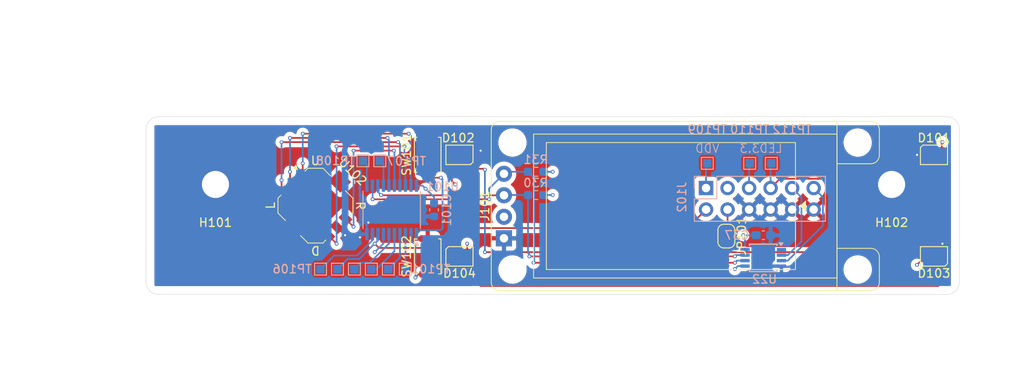
<source format=kicad_pcb>
(kicad_pcb (version 20241229) (generator "pcbnew") (generator_version "9.0")
  (layers (0 "F.Cu" signal) (4 "In1.Cu" signal) (6 "In2.Cu" signal) (2 "B.Cu" signal) (13 "F.Paste" user) (15 "B.Paste" user) (5 "F.SilkS" user "F.Silkscreen") (7 "B.SilkS" user "B.Silkscreen") (1 "F.Mask" user) (3 "B.Mask" user) (25 "Edge.Cuts" user))
  (net 0 "")
  (net 1 "GND")
  (net 2 "VDD_MCU")
  (net 3 "/I2C_SDA")
  (net 4 "/I2C_SCL")
  (net 5 "VDD_FDDIF")
  (net 6 "/LED_DATA")
  (net 7 "Net-(U101-IO5)")
  (net 8 "Net-(U101-IO6)")
  (net 9 "Net-(U101-IO12)")
  (net 10 "Net-(U101-IO11)")
  (net 11 "Net-(U101-IO10)")
  (net 12 "Net-(U101-IO9)")
  (net 14 "Net-(U101-IO7)")
  (net 15 "/UP")
  (net 16 "/EJECT_A")
  (net 17 "/EJECT_B")
  (net 18 "/RIGHT")
  (net 19 "/CENTER")
  (net 20 "/LEFT")
  (net 21 "/DOWN")
  (net 23 "+3.3V")
  (net 24 "/I2C_SCL_5V")
  (net 25 "/I2C_SDA_5V")
  (net 26 "/CONT_PUSH")
  (net 28 "Net-(D101-DOUT)")
  (net 29 "Net-(D102-DOUT)")
  (net 30 "Net-(D103-DOUT)")
  (net 32 "Net-(J102-Pin_4)")
  (footprint "Button_Switch_SMD:SW_Push_SPST_NO_Alps_SKRK" (layer "F.Cu") (at 135.25 93.5 90)
    (property "Reference" "SW102" (at 0 -2.5 90) (layer "F.SilkS"))
    (property "Value" "SW_Push")
    (fp_line (start 2.07 -1.57) (end 2.07 -1.27) (stroke (width 0.12)) (layer "F.SilkS"))
    (fp_line (start -2.07 -1.57) (end 2.07 -1.57) (stroke (width 0.12)) (layer "F.SilkS"))
    (fp_line (start -2.07 -1.27) (end -2.07 -1.57) (stroke (width 0.12)) (layer "F.SilkS"))
    (fp_line (start 2.07 1.27) (end 2.07 1.57) (stroke (width 0.12)) (layer "F.SilkS"))
    (fp_line (start 2.07 1.57) (end -2.07 1.57) (stroke (width 0.12)) (layer "F.SilkS"))
    (fp_line (start -2.07 1.57) (end -2.07 1.27) (stroke (width 0.12)) (layer "F.SilkS"))
    (pad "1" smd roundrect (at -2.1 0 90) (size 0.8 2) (layers "F.Cu" "F.Mask" "F.Paste") (net 17 "/EJECT_B"))
    (pad "2" smd roundrect (at 2.1 0 90) (size 0.8 2) (layers "F.Cu" "F.Mask" "F.Paste") (net 1 "GND"))
  )
  (footprint "x68k-lib:SKRHAAE010" (layer "F.Cu") (at 122 87.5 -45)
    (property "Reference" "U102" (at 0.282843 -5.959188 315) (layer "F.SilkS"))
    (property "Value" "JOYSTICK")
    (fp_line (start -3.749999 2.5) (end -2.5 3.749999) (stroke (width 0.1)) (layer "F.SilkS"))
    (fp_line (start -2.5 3.749999) (end -1.25 3.75) (stroke (width 0.1)) (layer "F.SilkS"))
    (fp_line (start -3.75 2) (end -3.749999 2.5) (stroke (width 0.1)) (layer "F.SilkS"))
    (fp_line (start 1.25 3.75) (end 2.5 3.749999) (stroke (width 0.1)) (layer "F.SilkS"))
    (fp_line (start -3.75 -2) (end -3.749999 -2.5) (stroke (width 0.1)) (layer "F.SilkS"))
    (fp_line (start -3.749999 -2.5) (end -2.5 -3.749999) (stroke (width 0.1)) (layer "F.SilkS"))
    (fp_line (start 2.5 3.749999) (end 3.749999 2.5) (stroke (width 0.1)) (layer "F.SilkS"))
    (fp_line (start -2.5 -3.749999) (end -1.25 -3.75) (stroke (width 0.1)) (layer "F.SilkS"))
    (fp_line (start 3.749999 2.5) (end 3.75 2) (stroke (width 0.1)) (layer "F.SilkS"))
    (fp_line (start 3.75 -2) (end 3.749999 -2.5) (stroke (width 0.1)) (layer "F.SilkS"))
    (fp_line (start 2.5 -3.749999) (end 1.25 -3.75) (stroke (width 0.1)) (layer "F.SilkS"))
    (fp_line (start 3.749999 -2.5) (end 2.5 -3.749999) (stroke (width 0.1)) (layer "F.SilkS"))
    (fp_poly (pts (xy -5 -1.75) (xy -4.5 -1.5) (xy -4.999999 -1.25)) (stroke (width 0.1)) (fill yes) (layer "F.SilkS"))
    (fp_text user "R" (at 3.75 -3.75 270) (layer "F.SilkS") (effects (font (thickness 0.15) (bold yes))))
    (fp_text user "L" (at -3.75 3.75 90) (layer "F.SilkS") (effects (font (thickness 0.15) (bold yes))))
    (fp_text user "D" (at 3.75 3.75 180) (layer "F.SilkS") (effects (font (thickness 0.15) (bold yes))))
    (fp_text user "U" (at -3.75 -3.75 0) (layer "F.SilkS") (effects (font (thickness 0.15) (bold yes))))
    (pad "0" smd rect (at 0 -4.049999 315) (size 2 1.8) (layers "F.Cu" "F.Mask" "F.Paste"))
    (pad "0" smd rect (at 0 4.049999 315) (size 2 1.8) (layers "F.Cu" "F.Mask" "F.Paste"))
    (pad "1" smd rect (at -3.575 -1.425 315) (size 1.35 1) (layers "F.Cu" "F.Mask" "F.Paste") (net 15 "/UP"))
    (pad "2" smd rect (at -3.575 0 315) (size 1.35 1) (layers "F.Cu" "F.Mask" "F.Paste") (net 19 "/CENTER"))
    (pad "3" smd rect (at -3.575 1.425 315) (size 1.35 1) (layers "F.Cu" "F.Mask" "F.Paste") (net 20 "/LEFT"))
    (pad "4" smd rect (at 3.575 -1.425 315) (size 1.35 1) (layers "F.Cu" "F.Mask" "F.Paste") (net 18 "/RIGHT"))
    (pad "5" smd rect (at 3.575 0 315) (size 1.35 1) (layers "F.Cu" "F.Mask" "F.Paste") (net 1 "GND"))
    (pad "6" smd rect (at 3.575 1.425 315) (size 1.35 1) (layers "F.Cu" "F.Mask" "F.Paste") (net 21 "/DOWN"))
  )
  (footprint "Jumper:SolderJumper-2_P1.3mm_Bridged_RoundedPad1.0x1.5mm" (layer "F.Cu") (at 170.5 91.1 -90)
    (property "Reference" "JP101" (at 0 -1.8 90) (layer "F.SilkS"))
    (property "Value" "Jumper_2_Bridged")
    (fp_poly (pts (xy 0.25 -0.3) (xy -0.25 -0.3) (xy -0.25 0.3) (xy 0.25 0.3)) (fill yes) (layer "F.Cu"))
    (fp_line (start 0.7 1) (end -0.7 1) (stroke (width 0.12)) (layer "F.SilkS"))
    (fp_line (start -1.4 0.3) (end -1.4 -0.3) (stroke (width 0.12)) (layer "F.SilkS"))
    (fp_line (start 1.4 -0.3) (end 1.4 0.3) (stroke (width 0.12)) (layer "F.SilkS"))
    (fp_line (start -0.7 -1) (end 0.7 -1) (stroke (width 0.12)) (layer "F.SilkS"))
    (fp_arc (start -0.7 1) (mid -1.194975 0.794975) (end -1.4 0.3) (stroke (width 0.12)) (layer "F.SilkS"))
    (fp_arc (start 1.4 0.3) (mid 1.194975 0.794975) (end 0.7 1) (stroke (width 0.12)) (layer "F.SilkS"))
    (fp_arc (start -1.4 -0.3) (mid -1.194975 -0.794975) (end -0.7 -1) (stroke (width 0.12)) (layer "F.SilkS"))
    (fp_arc (start 0.7 -1) (mid 1.194975 -0.794975) (end 1.4 -0.3) (stroke (width 0.12)) (layer "F.SilkS"))
    (pad "1" smd custom (at -0.65 0 270) (size 1 0.5) (layers "F.Cu" "F.Mask") (net 32 "Net-(J102-Pin_4)") (options (clearance outline) (anchor rect)) (primitives (gr_circle (center 0 0.25) (end 0.5 0.25) (width 0) (fill yes)) (gr_circle (center 0 -0.25) (end 0.5 -0.25) (width 0) (fill yes)) (gr_poly (pts (xy 0.5 0.75) (xy 0 0.75) (xy 0 -0.75) (xy 0.5 -0.75)) (width 0) (fill yes))))
    (pad "2" smd custom (at 0.65 0 270) (size 1 0.5) (layers "F.Cu" "F.Mask") (net 1 "GND") (options (clearance outline) (anchor rect)) (primitives (gr_circle (center 0 0.25) (end 0.5 0.25) (width 0) (fill yes)) (gr_circle (center 0 -0.25) (end 0.5 -0.25) (width 0) (fill yes)) (gr_poly (pts (xy 0 0.75) (xy -0.5 0.75) (xy -0.5 -0.75) (xy 0 -0.75)) (width 0) (fill yes))))
  )
  (footprint "MountingHole:MountingHole_3.2mm_M3_Pad" (layer "F.Cu") (at 190 85)
    (property "Reference" "H102" (at 0 4.5 0) (layer "F.SilkS"))
    (property "Value" "MountingHole_Pad")
    (pad "1" thru_hole circle (at 0 0) (size 6.4 6.4) (drill 3.2) (layers "*.Cu" "*.Mask") (net 1 "GND"))
  )
  (footprint "LED_SMD:LED_WS2812B-2020_PLCC4_2.0x2.0mm" (layer "F.Cu") (at 139 81.5 180)
    (property "Reference" "D102" (at 0.15 2 0) (layer "F.SilkS"))
    (property "Value" "WS2812B-2020")
    (fp_line (start 1.6 -1.15) (end 1.6 1.15) (stroke (width 0.12)) (layer "F.SilkS"))
    (fp_line (start -1.3 -1.15) (end 1.6 -1.15) (stroke (width 0.12)) (layer "F.SilkS"))
    (fp_line (start -1.3 -1.15) (end -1.6 -0.85) (stroke (width 0.12)) (layer "F.SilkS"))
    (fp_line (start -1.6 1.15) (end 1.6 1.15) (stroke (width 0.12)) (layer "F.SilkS"))
    (fp_line (start -1.6 1.15) (end -1.6 -0.85) (stroke (width 0.12)) (layer "F.SilkS"))
    (pad "1" smd rect (at -0.915 -0.55 180) (size 0.7 0.7) (layers "F.Cu" "F.Mask" "F.Paste") (net 29 "Net-(D102-DOUT)"))
    (pad "2" smd rect (at -0.915 0.55 180) (size 0.7 0.7) (layers "F.Cu" "F.Mask" "F.Paste") (net 1 "GND"))
    (pad "3" smd rect (at 0.915 0.55 180) (size 0.7 0.7) (layers "F.Cu" "F.Mask" "F.Paste") (net 28 "Net-(D101-DOUT)"))
    (pad "4" smd rect (at 0.915 -0.55 180) (size 0.7 0.7) (layers "F.Cu" "F.Mask" "F.Paste") (net 2 "VDD_MCU"))
  )
  (footprint "LED_SMD:LED_WS2812B-2020_PLCC4_2.0x2.0mm" (layer "F.Cu") (at 195 81.5)
    (property "Reference" "D101" (at 0 -2 0) (layer "F.SilkS"))
    (property "Value" "WS2812B-2020")
    (fp_line (start -1.6 1.15) (end -1.6 -0.85) (stroke (width 0.12)) (layer "F.SilkS"))
    (fp_line (start -1.6 1.15) (end 1.6 1.15) (stroke (width 0.12)) (layer "F.SilkS"))
    (fp_line (start -1.3 -1.15) (end -1.6 -0.85) (stroke (width 0.12)) (layer "F.SilkS"))
    (fp_line (start -1.3 -1.15) (end 1.6 -1.15) (stroke (width 0.12)) (layer "F.SilkS"))
    (fp_line (start 1.6 -1.15) (end 1.6 1.15) (stroke (width 0.12)) (layer "F.SilkS"))
    (pad "1" smd rect (at -0.915 -0.55) (size 0.7 0.7) (layers "F.Cu" "F.Mask" "F.Paste") (net 28 "Net-(D101-DOUT)"))
    (pad "2" smd rect (at -0.915 0.55) (size 0.7 0.7) (layers "F.Cu" "F.Mask" "F.Paste") (net 1 "GND"))
    (pad "3" smd rect (at 0.915 0.55) (size 0.7 0.7) (layers "F.Cu" "F.Mask" "F.Paste") (net 6 "/LED_DATA"))
    (pad "4" smd rect (at 0.915 -0.55) (size 0.7 0.7) (layers "F.Cu" "F.Mask" "F.Paste") (net 2 "VDD_MCU"))
  )
  (footprint "Button_Switch_SMD:SW_Push_SPST_NO_Alps_SKRK" (layer "F.Cu") (at 135.25 81.5 90)
    (property "Reference" "SW101" (at 0 -2.5 90) (layer "F.SilkS"))
    (property "Value" "SW_Push")
    (fp_line (start 2.07 -1.57) (end 2.07 -1.27) (stroke (width 0.12)) (layer "F.SilkS"))
    (fp_line (start -2.07 -1.57) (end 2.07 -1.57) (stroke (width 0.12)) (layer "F.SilkS"))
    (fp_line (start -2.07 -1.27) (end -2.07 -1.57) (stroke (width 0.12)) (layer "F.SilkS"))
    (fp_line (start 2.07 1.27) (end 2.07 1.57) (stroke (width 0.12)) (layer "F.SilkS"))
    (fp_line (start 2.07 1.57) (end -2.07 1.57) (stroke (width 0.12)) (layer "F.SilkS"))
    (fp_line (start -2.07 1.57) (end -2.07 1.27) (stroke (width 0.12)) (layer "F.SilkS"))
    (pad "1" smd roundrect (at -2.1 0 90) (size 0.8 2) (layers "F.Cu" "F.Mask" "F.Paste") (net 16 "/EJECT_A"))
    (pad "2" smd roundrect (at 2.1 0 90) (size 0.8 2) (layers "F.Cu" "F.Mask" "F.Paste") (net 1 "GND"))
  )
  (footprint "LED_SMD:LED_WS2812B-2020_PLCC4_2.0x2.0mm" (layer "F.Cu") (at 195 93.5 180)
    (property "Reference" "D103" (at 0 -2 0) (layer "F.SilkS"))
    (property "Value" "WS2812B-2020")
    (fp_line (start 1.6 -1.15) (end 1.6 1.15) (stroke (width 0.12)) (layer "F.SilkS"))
    (fp_line (start -1.3 -1.15) (end 1.6 -1.15) (stroke (width 0.12)) (layer "F.SilkS"))
    (fp_line (start -1.3 -1.15) (end -1.6 -0.85) (stroke (width 0.12)) (layer "F.SilkS"))
    (fp_line (start -1.6 1.15) (end 1.6 1.15) (stroke (width 0.12)) (layer "F.SilkS"))
    (fp_line (start -1.6 1.15) (end -1.6 -0.85) (stroke (width 0.12)) (layer "F.SilkS"))
    (pad "1" smd rect (at -0.915 -0.55 180) (size 0.7 0.7) (layers "F.Cu" "F.Mask" "F.Paste") (net 30 "Net-(D103-DOUT)"))
    (pad "2" smd rect (at -0.915 0.55 180) (size 0.7 0.7) (layers "F.Cu" "F.Mask" "F.Paste") (net 1 "GND"))
    (pad "3" smd rect (at 0.915 0.55 180) (size 0.7 0.7) (layers "F.Cu" "F.Mask" "F.Paste") (net 29 "Net-(D102-DOUT)"))
    (pad "4" smd rect (at 0.915 -0.55 180) (size 0.7 0.7) (layers "F.Cu" "F.Mask" "F.Paste") (net 2 "VDD_MCU"))
  )
  (footprint "x68k-lib:OLED_Dispaly_1.29inch_I2C_4pin" (layer "F.Cu") (at 145.25 87.5)
    (property "Reference" "J101" (at -3.25 0.05 90) (layer "F.SilkS"))
    (property "Value" "Conn_01x04")
    (fp_line (start -2.5 9.05) (end -2.5 -8.95) (stroke (width 0.1)) (layer "F.SilkS"))
    (fp_line (start -1.5 -9.95) (end 42.3 -9.95) (stroke (width 0.1)) (layer "F.SilkS"))
    (fp_line (start 38.3 -4.95) (end 42.3 -4.95) (stroke (width 0.1)) (layer "F.SilkS"))
    (fp_line (start 38.3 5.05) (end 42.3 5.05) (stroke (width 0.1)) (layer "F.SilkS"))
    (fp_line (start 38.3 10.05) (end 38.3 -9.95) (stroke (width 0.1)) (layer "F.SilkS"))
    (fp_line (start 42.3 10.05) (end -1.5 10.05) (stroke (width 0.1)) (layer "F.SilkS"))
    (fp_line (start 43.3 -8.95) (end 43.3 -5.95) (stroke (width 0.1)) (layer "F.SilkS"))
    (fp_line (start 43.3 6.05) (end 43.3 9.05) (stroke (width 0.1)) (layer "F.SilkS"))
    (fp_rect (start 2.5 -8.45) (end 38.3 8.55) (stroke (width 0.1)) (fill no) (layer "F.SilkS"))
    (fp_rect (start 4 -7.45) (end 33.4 7.55) (stroke (width 0.1)) (fill no) (layer "F.SilkS"))
    (fp_arc (start -2.5 -8.95) (mid -2.207107 -9.657107) (end -1.5 -9.95) (stroke (width 0.1)) (layer "F.SilkS"))
    (fp_arc (start -1.5 10.05) (mid -2.207107 9.757107) (end -2.5 9.05) (stroke (width 0.1)) (layer "F.SilkS"))
    (fp_arc (start 42.3 -9.95) (mid 43.007107 -9.657107) (end 43.3 -8.95) (stroke (width 0.1)) (layer "F.SilkS"))
    (fp_arc (start 42.3 5.05) (mid 43.007107 5.342893) (end 43.3 6.05) (stroke (width 0.1)) (layer "F.SilkS"))
    (fp_arc (start 43.3 -5.95) (mid 43.007107 -5.242893) (end 42.3 -4.95) (stroke (width 0.1)) (layer "F.SilkS"))
    (fp_arc (start 43.3 9.05) (mid 43.007107 9.757107) (end 42.3 10.05) (stroke (width 0.1)) (layer "F.SilkS"))
    (fp_poly (pts (xy 34 0.05) (xy 34.6 -0.55) (xy 34.6 0.65)) (stroke (width 0.1)) (fill yes) (layer "F.SilkS"))
    (pad "" np_thru_hole circle (at 0 -7.45) (size 3 3) (drill 3) (layers "F&B.Cu" "*.Mask"))
    (pad "" np_thru_hole circle (at 0 7.55) (size 3 3) (drill 3) (layers "F&B.Cu" "*.Mask"))
    (pad "" np_thru_hole circle (at 40.75 -7.45 180) (size 3 3) (drill 3) (layers "F&B.Cu" "*.Mask"))
    (pad "" np_thru_hole circle (at 40.75 7.55 180) (size 3 3) (drill 3) (layers "F&B.Cu" "*.Mask"))
    (pad "1" thru_hole rect (at -1 3.86) (size 1.905 1.905) (drill 1) (layers "*.Cu" "*.Mask") (net 1 "GND"))
    (pad "2" thru_hole circle (at -1 1.32) (size 1.905 1.905) (drill 1) (layers "*.Cu" "*.Mask") (net 23 "+3.3V"))
    (pad "3" thru_hole circle (at -1 -1.22) (size 1.905 1.905) (drill 1) (layers "*.Cu" "*.Mask") (net 4 "/I2C_SCL"))
    (pad "4" thru_hole circle (at -1 -3.76) (size 1.905 1.905) (drill 1) (layers "*.Cu" "*.Mask") (net 3 "/I2C_SDA"))
  )
  (footprint "MountingHole:MountingHole_3.2mm_M3_Pad" (layer "F.Cu") (at 110.2 85)
    (property "Reference" "H101" (at 0 4.5 0) (layer "F.SilkS"))
    (property "Value" "MountingHole_Pad")
    (pad "1" thru_hole circle (at 0 0) (size 6.4 6.4) (drill 3.2) (layers "*.Cu" "*.Mask") (net 1 "GND"))
  )
  (footprint "LED_SMD:LED_WS2812B-2020_PLCC4_2.0x2.0mm" (layer "F.Cu") (at 139 93.5)
    (property "Reference" "D104" (at 0 2 0) (layer "F.SilkS"))
    (property "Value" "WS2812B-2020")
    (fp_line (start -1.6 1.15) (end -1.6 -0.85) (stroke (width 0.12)) (layer "F.SilkS"))
    (fp_line (start -1.6 1.15) (end 1.6 1.15) (stroke (width 0.12)) (layer "F.SilkS"))
    (fp_line (start -1.3 -1.15) (end -1.6 -0.85) (stroke (width 0.12)) (layer "F.SilkS"))
    (fp_line (start -1.3 -1.15) (end 1.6 -1.15) (stroke (width 0.12)) (layer "F.SilkS"))
    (fp_line (start 1.6 -1.15) (end 1.6 1.15) (stroke (width 0.12)) (layer "F.SilkS"))
    (pad "1" smd rect (at -0.915 -0.55) (size 0.7 0.7) (layers "F.Cu" "F.Mask" "F.Paste"))
    (pad "2" smd rect (at -0.915 0.55) (size 0.7 0.7) (layers "F.Cu" "F.Mask" "F.Paste") (net 1 "GND"))
    (pad "3" smd rect (at 0.915 0.55) (size 0.7 0.7) (layers "F.Cu" "F.Mask" "F.Paste") (net 30 "Net-(D103-DOUT)"))
    (pad "4" smd rect (at 0.915 -0.55) (size 0.7 0.7) (layers "F.Cu" "F.Mask" "F.Paste") (net 2 "VDD_MCU"))
  )
  (footprint "Capacitor_SMD:C_0603_1608Metric_Pad1.08x0.95mm_HandSolder" (layer "B.Cu") (at 174.8625 91)
    (property "Reference" "C37" (at -3.1125 0 0) (layer "B.SilkS") (effects (justify mirror)))
    (property "Value" "0.1uF")
    (fp_line (start -0.146267 -0.51) (end 0.146267 -0.51) (stroke (width 0.12)) (layer "B.SilkS"))
    (fp_line (start -0.146267 0.51) (end 0.146267 0.51) (stroke (width 0.12)) (layer "B.SilkS"))
    (pad "1" smd roundrect (at -0.8625 0) (size 1.075 0.95) (layers "B.Cu" "B.Mask" "B.Paste") (net 23 "+3.3V"))
    (pad "2" smd roundrect (at 0.8625 0) (size 1.075 0.95) (layers "B.Cu" "B.Mask" "B.Paste") (net 1 "GND"))
  )
  (footprint "Package_SO:TSSOP-20_4.4x6.5mm_P0.65mm" (layer "B.Cu") (at 131 88 90)
    (property "Reference" "U101" (at 2.75 6 180) (layer "B.SilkS") (effects (justify mirror)))
    (property "Value" "SLG46826G(V2)")
    (fp_line (start 0 -3.385) (end 2.2 -3.385) (stroke (width 0.12)) (layer "B.SilkS"))
    (fp_line (start 0 -3.385) (end -2.2 -3.385) (stroke (width 0.12)) (layer "B.SilkS"))
    (fp_line (start 0 3.385) (end 2.2 3.385) (stroke (width 0.12)) (layer "B.SilkS"))
    (fp_line (start 0 3.385) (end -2.2 3.385) (stroke (width 0.12)) (layer "B.SilkS"))
    (fp_poly (pts (xy -3.86 2.925) (xy -4.19 2.685) (xy -4.19 3.165)) (stroke (width 0.12)) (fill yes) (layer "B.SilkS"))
    (pad "1" smd roundrect (at -2.8625 2.925 90) (size 1.475 0.4) (layers "B.Cu" "B.Mask" "B.Paste") (net 16 "/EJECT_A"))
    (pad "2" smd roundrect (at -2.8625 2.275 90) (size 1.475 0.4) (layers "B.Cu" "B.Mask" "B.Paste") (net 17 "/EJECT_B"))
    (pad "3" smd roundrect (at -2.8625 1.625 90) (size 1.475 0.4) (layers "B.Cu" "B.Mask" "B.Paste") (net 9 "Net-(U101-IO12)"))
    (pad "4" smd roundrect (at -2.8625 0.975 90) (size 1.475 0.4) (layers "B.Cu" "B.Mask" "B.Paste") (net 10 "Net-(U101-IO11)"))
    (pad "5" smd roundrect (at -2.8625 0.325 90) (size 1.475 0.4) (layers "B.Cu" "B.Mask" "B.Paste") (net 11 "Net-(U101-IO10)"))
    (pad "6" smd roundrect (at -2.8625 -0.325 90) (size 1.475 0.4) (layers "B.Cu" "B.Mask" "B.Paste") (net 12 "Net-(U101-IO9)"))
    (pad "7" smd roundrect (at -2.8625 -0.975 90) (size 1.475 0.4) (layers "B.Cu" "B.Mask" "B.Paste") (net 23 "+3.3V"))
    (pad "8" smd roundrect (at -2.8625 -1.625 90) (size 1.475 0.4) (layers "B.Cu" "B.Mask" "B.Paste") (net 26 "/CONT_PUSH"))
    (pad "9" smd roundrect (at -2.8625 -2.275 90) (size 1.475 0.4) (layers "B.Cu" "B.Mask" "B.Paste") (net 14 "Net-(U101-IO7)"))
    (pad "10" smd roundrect (at -2.8625 -2.925 90) (size 1.475 0.4) (layers "B.Cu" "B.Mask" "B.Paste") (net 1 "GND"))
    (pad "11" smd roundrect (at 2.8625 -2.925 90) (size 1.475 0.4) (layers "B.Cu" "B.Mask" "B.Paste") (net 8 "Net-(U101-IO6)"))
    (pad "12" smd roundrect (at 2.8625 -2.275 90) (size 1.475 0.4) (layers "B.Cu" "B.Mask" "B.Paste") (net 3 "/I2C_SDA"))
    (pad "13" smd roundrect (at 2.8625 -1.625 90) (size 1.475 0.4) (layers "B.Cu" "B.Mask" "B.Paste") (net 4 "/I2C_SCL"))
    (pad "14" smd roundrect (at 2.8625 -0.975 90) (size 1.475 0.4) (layers "B.Cu" "B.Mask" "B.Paste") (net 7 "Net-(U101-IO5)"))
    (pad "15" smd roundrect (at 2.8625 -0.325 90) (size 1.475 0.4) (layers "B.Cu" "B.Mask" "B.Paste") (net 19 "/CENTER"))
    (pad "16" smd roundrect (at 2.8625 0.325 90) (size 1.475 0.4) (layers "B.Cu" "B.Mask" "B.Paste") (net 18 "/RIGHT"))
    (pad "17" smd roundrect (at 2.8625 0.975 90) (size 1.475 0.4) (layers "B.Cu" "B.Mask" "B.Paste") (net 20 "/LEFT"))
    (pad "18" smd roundrect (at 2.8625 1.625 90) (size 1.475 0.4) (layers "B.Cu" "B.Mask" "B.Paste") (net 21 "/DOWN"))
    (pad "19" smd roundrect (at 2.8625 2.275 90) (size 1.475 0.4) (layers "B.Cu" "B.Mask" "B.Paste") (net 15 "/UP"))
    (pad "20" smd roundrect (at 2.8625 2.925 90) (size 1.475 0.4) (layers "B.Cu" "B.Mask" "B.Paste") (net 23 "+3.3V"))
  )
  (footprint "TestPoint:TestPoint_Pad_1.0x1.0mm" (layer "B.Cu") (at 126.6 95 180)
    (property "Reference" "TP104" (hide yes))
    (property "Value" "TestPoint")
    (fp_line (start 0.7 0.7) (end 0.7 -0.7) (stroke (width 0.12)) (layer "B.SilkS"))
    (fp_line (start 0.7 -0.7) (end -0.7 -0.7) (stroke (width 0.12)) (layer "B.SilkS"))
    (fp_line (start -0.7 0.7) (end 0.7 0.7) (stroke (width 0.12)) (layer "B.SilkS"))
    (fp_line (start -0.7 -0.7) (end -0.7 0.7) (stroke (width 0.12)) (layer "B.SilkS"))
    (pad "1" smd rect (at 0 0 180) (size 1 1) (layers "B.Cu" "B.Mask") (net 12 "Net-(U101-IO9)"))
  )
  (footprint "TestPoint:TestPoint_Pad_1.0x1.0mm" (layer "B.Cu") (at 175.8 82.5 180)
    (property "Reference" "TP112" (at -2.45 4 0) (layer "B.SilkS") (effects (justify mirror)))
    (property "Value" "TestPoint")
    (fp_line (start 0.7 0.7) (end 0.7 -0.7) (stroke (width 0.12)) (layer "B.SilkS"))
    (fp_line (start 0.7 -0.7) (end -0.7 -0.7) (stroke (width 0.12)) (layer "B.SilkS"))
    (fp_line (start -0.7 0.7) (end 0.7 0.7) (stroke (width 0.12)) (layer "B.SilkS"))
    (fp_line (start -0.7 -0.7) (end -0.7 0.7) (stroke (width 0.12)) (layer "B.SilkS"))
    (pad "1" smd rect (at 0 0 180) (size 1 1) (layers "B.Cu" "B.Mask") (net 6 "/LED_DATA"))
  )
  (footprint "Resistor_SMD:R_0603_1608Metric_Pad0.98x0.95mm_HandSolder" (layer "B.Cu") (at 148 83.5 180)
    (property "Reference" "R31" (at 0 1.43 0) (layer "B.SilkS") (effects (justify mirror)))
    (property "Value" "2.2k")
    (fp_line (start -0.254724 0.5225) (end 0.254724 0.5225) (stroke (width 0.12)) (layer "B.SilkS"))
    (fp_line (start -0.254724 -0.5225) (end 0.254724 -0.5225) (stroke (width 0.12)) (layer "B.SilkS"))
    (pad "1" smd roundrect (at -0.9125 0 180) (size 0.975 0.95) (layers "B.Cu" "B.Mask" "B.Paste") (net 23 "+3.3V"))
    (pad "2" smd roundrect (at 0.9125 0 180) (size 0.975 0.95) (layers "B.Cu" "B.Mask" "B.Paste") (net 3 "/I2C_SDA"))
  )
  (footprint "TestPoint:TestPoint_Pad_1.0x1.0mm" (layer "B.Cu") (at 122.6 95 180)
    (property "Reference" "TP106" (at 3.35 0 0) (layer "B.SilkS") (effects (justify mirror)))
    (property "Value" "TestPoint")
    (fp_line (start 0.7 0.7) (end 0.7 -0.7) (stroke (width 0.12)) (layer "B.SilkS"))
    (fp_line (start 0.7 -0.7) (end -0.7 -0.7) (stroke (width 0.12)) (layer "B.SilkS"))
    (fp_line (start -0.7 0.7) (end 0.7 0.7) (stroke (width 0.12)) (layer "B.SilkS"))
    (fp_line (start -0.7 -0.7) (end -0.7 0.7) (stroke (width 0.12)) (layer "B.SilkS"))
    (pad "1" smd rect (at 0 0 180) (size 1 1) (layers "B.Cu" "B.Mask") (net 14 "Net-(U101-IO7)"))
  )
  (footprint "Resistor_SMD:R_0603_1608Metric_Pad0.98x0.95mm_HandSolder" (layer "B.Cu") (at 148 86.25 180)
    (property "Reference" "R30" (at 0 1.43 0) (layer "B.SilkS") (effects (justify mirror)))
    (property "Value" "2.2k")
    (fp_line (start -0.254724 0.5225) (end 0.254724 0.5225) (stroke (width 0.12)) (layer "B.SilkS"))
    (fp_line (start -0.254724 -0.5225) (end 0.254724 -0.5225) (stroke (width 0.12)) (layer "B.SilkS"))
    (pad "1" smd roundrect (at -0.9125 0 180) (size 0.975 0.95) (layers "B.Cu" "B.Mask" "B.Paste") (net 23 "+3.3V"))
    (pad "2" smd roundrect (at 0.9125 0 180) (size 0.975 0.95) (layers "B.Cu" "B.Mask" "B.Paste") (net 4 "/I2C_SCL"))
  )
  (footprint "TestPoint:TestPoint_Pad_1.0x1.0mm" (layer "B.Cu") (at 173.25 82.5 180)
    (property "Reference" "TP110" (at 0 4 0) (layer "B.SilkS") (effects (justify mirror)))
    (property "Value" "TestPoint")
    (fp_line (start 0.7 0.7) (end 0.7 -0.7) (stroke (width 0.12)) (layer "B.SilkS"))
    (fp_line (start 0.7 -0.7) (end -0.7 -0.7) (stroke (width 0.12)) (layer "B.SilkS"))
    (fp_line (start -0.7 0.7) (end 0.7 0.7) (stroke (width 0.12)) (layer "B.SilkS"))
    (fp_line (start -0.7 -0.7) (end -0.7 0.7) (stroke (width 0.12)) (layer "B.SilkS"))
    (pad "1" smd rect (at 0 0 180) (size 1 1) (layers "B.Cu" "B.Mask") (net 23 "+3.3V"))
  )
  (footprint "TestPoint:TestPoint_Pad_1.0x1.0mm" (layer "B.Cu") (at 129.6 82.2 180)
    (property "Reference" "TP107" (at -3.15 -0.05 0) (layer "B.SilkS") (effects (justify mirror)))
    (property "Value" "TestPoint")
    (fp_line (start 0.7 0.7) (end 0.7 -0.7) (stroke (width 0.12)) (layer "B.SilkS"))
    (fp_line (start 0.7 -0.7) (end -0.7 -0.7) (stroke (width 0.12)) (layer "B.SilkS"))
    (fp_line (start -0.7 0.7) (end 0.7 0.7) (stroke (width 0.12)) (layer "B.SilkS"))
    (fp_line (start -0.7 -0.7) (end -0.7 0.7) (stroke (width 0.12)) (layer "B.SilkS"))
    (pad "1" smd rect (at 0 0 180) (size 1 1) (layers "B.Cu" "B.Mask") (net 7 "Net-(U101-IO5)"))
  )
  (footprint "TestPoint:TestPoint_Pad_1.0x1.0mm" (layer "B.Cu") (at 128.6 95 180)
    (property "Reference" "TP103" (hide yes))
    (property "Value" "TestPoint")
    (fp_line (start 0.7 0.7) (end 0.7 -0.7) (stroke (width 0.12)) (layer "B.SilkS"))
    (fp_line (start 0.7 -0.7) (end -0.7 -0.7) (stroke (width 0.12)) (layer "B.SilkS"))
    (fp_line (start -0.7 0.7) (end 0.7 0.7) (stroke (width 0.12)) (layer "B.SilkS"))
    (fp_line (start -0.7 -0.7) (end -0.7 0.7) (stroke (width 0.12)) (layer "B.SilkS"))
    (pad "1" smd rect (at 0 0 180) (size 1 1) (layers "B.Cu" "B.Mask") (net 11 "Net-(U101-IO10)"))
  )
  (footprint "TestPoint:TestPoint_Pad_1.0x1.0mm" (layer "B.Cu") (at 127.6 82.2 180)
    (property "Reference" "TP108" (at 3.25 0 0) (layer "B.SilkS") (effects (justify mirror)))
    (property "Value" "TestPoint")
    (fp_line (start 0.7 0.7) (end 0.7 -0.7) (stroke (width 0.12)) (layer "B.SilkS"))
    (fp_line (start 0.7 -0.7) (end -0.7 -0.7) (stroke (width 0.12)) (layer "B.SilkS"))
    (fp_line (start -0.7 0.7) (end 0.7 0.7) (stroke (width 0.12)) (layer "B.SilkS"))
    (fp_line (start -0.7 -0.7) (end -0.7 0.7) (stroke (width 0.12)) (layer "B.SilkS"))
    (pad "1" smd rect (at 0 0 180) (size 1 1) (layers "B.Cu" "B.Mask") (net 8 "Net-(U101-IO6)"))
  )
  (footprint "Connector_PinHeader_2.54mm:PinHeader_2x06_P2.54mm_Vertical" (layer "B.Cu") (at 168.1 85.425 -90)
    (property "Reference" "J102" (at 1.075 2.85 90) (layer "B.SilkS") (effects (justify mirror)))
    (property "Value" "Conn_02x06_Odd_Even")
    (fp_line (start -1.38 1.38) (end 0 1.38) (stroke (width 0.12)) (layer "B.SilkS"))
    (fp_line (start 1.27 1.38) (end 3.92 1.38) (stroke (width 0.12)) (layer "B.SilkS"))
    (fp_line (start 3.92 1.38) (end 3.92 -14.08) (stroke (width 0.12)) (layer "B.SilkS"))
    (fp_line (start -1.38 0) (end -1.38 1.38) (stroke (width 0.12)) (layer "B.SilkS"))
    (fp_line (start -1.38 -1.27) (end 1.27 -1.27) (stroke (width 0.12)) (layer "B.SilkS"))
    (fp_line (start -1.38 -1.27) (end -1.38 -14.08) (stroke (width 0.12)) (layer "B.SilkS"))
    (fp_line (start 1.27 -1.27) (end 1.27 1.38) (stroke (width 0.12)) (layer "B.SilkS"))
    (fp_line (start -1.38 -14.08) (end 3.92 -14.08) (stroke (width 0.12)) (layer "B.SilkS"))
    (pad "1" thru_hole rect (at 0 0 270) (size 1.7 1.7) (drill 1) (layers "*.Cu" "*.Mask") (net 2 "VDD_MCU"))
    (pad "2" thru_hole circle (at 2.54 0 270) (size 1.7 1.7) (drill 1) (layers "*.Cu" "*.Mask") (net 26 "/CONT_PUSH"))
    (pad "3" thru_hole circle (at 0 -2.54 270) (size 1.7 1.7) (drill 1) (layers "*.Cu" "*.Mask") (net 5 "VDD_FDDIF"))
    (pad "4" thru_hole circle (at 2.54 -2.54 270) (size 1.7 1.7) (drill 1) (layers "*.Cu" "*.Mask") (net 32 "Net-(J102-Pin_4)"))
    (pad "5" thru_hole circle (at 0 -5.08 270) (size 1.7 1.7) (drill 1) (layers "*.Cu" "*.Mask") (net 23 "+3.3V"))
    (pad "6" thru_hole circle (at 2.54 -5.08 270) (size 1.7 1.7) (drill 1) (layers "*.Cu" "*.Mask") (net 1 "GND"))
    (pad "7" thru_hole circle (at 0 -7.62 270) (size 1.7 1.7) (drill 1) (layers "*.Cu" "*.Mask") (net 6 "/LED_DATA"))
    (pad "8" thru_hole circle (at 2.54 -7.62 270) (size 1.7 1.7) (drill 1) (layers "*.Cu" "*.Mask") (net 1 "GND"))
    (pad "9" thru_hole circle (at 0 -10.16 270) (size 1.7 1.7) (drill 1) (layers "*.Cu" "*.Mask") (net 24 "/I2C_SCL_5V"))
    (pad "10" thru_hole circle (at 2.54 -10.16 270) (size 1.7 1.7) (drill 1) (layers "*.Cu" "*.Mask") (net 1 "GND"))
    (pad "11" thru_hole circle (at 0 -12.7 270) (size 1.7 1.7) (drill 1) (layers "*.Cu" "*.Mask") (net 25 "/I2C_SDA_5V"))
    (pad "12" thru_hole circle (at 2.54 -12.7 270) (size 1.7 1.7) (drill 1) (layers "*.Cu" "*.Mask") (net 1 "GND"))
  )
  (footprint "TestPoint:TestPoint_Pad_1.0x1.0mm" (layer "B.Cu") (at 130.6 95 180)
    (property "Reference" "TP102" (hide yes))
    (property "Value" "TestPoint")
    (fp_line (start 0.7 0.7) (end 0.7 -0.7) (stroke (width 0.12)) (layer "B.SilkS"))
    (fp_line (start 0.7 -0.7) (end -0.7 -0.7) (stroke (width 0.12)) (layer "B.SilkS"))
    (fp_line (start -0.7 0.7) (end 0.7 0.7) (stroke (width 0.12)) (layer "B.SilkS"))
    (fp_line (start -0.7 -0.7) (end -0.7 0.7) (stroke (width 0.12)) (layer "B.SilkS"))
    (pad "1" smd rect (at 0 0 180) (size 1 1) (layers "B.Cu" "B.Mask") (net 10 "Net-(U101-IO11)"))
  )
  (footprint "TestPoint:TestPoint_Pad_1.0x1.0mm" (layer "B.Cu") (at 124.6 95 180)
    (property "Reference" "TP105" (hide yes))
    (property "Value" "TestPoint")
    (fp_line (start 0.7 0.7) (end 0.7 -0.7) (stroke (width 0.12)) (layer "B.SilkS"))
    (fp_line (start 0.7 -0.7) (end -0.7 -0.7) (stroke (width 0.12)) (layer "B.SilkS"))
    (fp_line (start -0.7 0.7) (end 0.7 0.7) (stroke (width 0.12)) (layer "B.SilkS"))
    (fp_line (start -0.7 -0.7) (end -0.7 0.7) (stroke (width 0.12)) (layer "B.SilkS"))
    (pad "1" smd rect (at 0 0 180) (size 1 1) (layers "B.Cu" "B.Mask") (net 26 "/CONT_PUSH"))
  )
  (footprint "Package_SO:TSSOP-8_3x3mm_P0.65mm" (layer "B.Cu") (at 174.85 93.675 180)
    (property "Reference" "U22" (at -0.15 -2.525 0) (layer "B.SilkS") (effects (justify mirror)))
    (property "Value" "PCA9515DP")
    (fp_line (start 1.625 1.625) (end 1.625 1.45) (stroke (width 0.15)) (layer "B.SilkS"))
    (fp_line (start 1.625 -1.45) (end 1.625 -1.625) (stroke (width 0.15)) (layer "B.SilkS"))
    (fp_line (start -1.625 1.625) (end 1.625 1.625) (stroke (width 0.15)) (layer "B.SilkS"))
    (fp_line (start -1.625 1.625) (end -1.625 1.45) (stroke (width 0.15)) (layer "B.SilkS"))
    (fp_line (start -1.625 -1.45) (end -1.625 -1.625) (stroke (width 0.15)) (layer "B.SilkS"))
    (fp_line (start -1.625 -1.625) (end 1.625 -1.625) (stroke (width 0.15)) (layer "B.SilkS"))
    (fp_poly (pts (xy -2.1 1.45) (xy -2.34 1.78) (xy -1.86 1.78) (xy -2.1 1.45)) (stroke (width 0.12)) (fill yes) (layer "B.SilkS"))
    (pad "1" smd rect (at -2.15 0.975 180) (size 1.1 0.4) (layers "B.Cu" "B.Mask" "B.Paste"))
    (pad "2" smd rect (at -2.15 0.325 180) (size 1.1 0.4) (layers "B.Cu" "B.Mask" "B.Paste") (net 24 "/I2C_SCL_5V"))
    (pad "3" smd rect (at -2.15 -0.325 180) (size 1.1 0.4) (layers "B.Cu" "B.Mask" "B.Paste") (net 25 "/I2C_SDA_5V"))
    (pad "4" smd rect (at -2.15 -0.975 180) (size 1.1 0.4) (layers "B.Cu" "B.Mask" "B.Paste") (net 1 "GND"))
    (pad "5" smd rect (at 2.15 -0.975 180) (size 1.1 0.4) (layers "B.Cu" "B.Mask" "B.Paste") (net 23 "+3.3V"))
    (pad "6" smd rect (at 2.15 -0.325 180) (size 1.1 0.4) (layers "B.Cu" "B.Mask" "B.Paste") (net 3 "/I2C_SDA"))
    (pad "7" smd rect (at 2.15 0.325 180) (size 1.1 0.4) (layers "B.Cu" "B.Mask" "B.Paste") (net 4 "/I2C_SCL"))
    (pad "8" smd rect (at 2.15 0.975 180) (size 1.1 0.4) (layers "B.Cu" "B.Mask" "B.Paste") (net 23 "+3.3V"))
  )
  (footprint "TestPoint:TestPoint_Pad_1.0x1.0mm" (layer "B.Cu") (at 132.6 95 180)
    (property "Reference" "TP101" (at -3 0 0) (layer "B.SilkS") (effects (justify mirror)))
    (property "Value" "TestPoint")
    (fp_line (start 0.7 0.7) (end 0.7 -0.7) (stroke (width 0.12)) (layer "B.SilkS"))
    (fp_line (start 0.7 -0.7) (end -0.7 -0.7) (stroke (width 0.12)) (layer "B.SilkS"))
    (fp_line (start -0.7 0.7) (end 0.7 0.7) (stroke (width 0.12)) (layer "B.SilkS"))
    (fp_line (start -0.7 -0.7) (end -0.7 0.7) (stroke (width 0.12)) (layer "B.SilkS"))
    (pad "1" smd rect (at 0 0 180) (size 1 1) (layers "B.Cu" "B.Mask") (net 9 "Net-(U101-IO12)"))
  )
  (footprint "TestPoint:TestPoint_Pad_1.0x1.0mm" (layer "B.Cu") (at 168.25 82.5 180)
    (property "Reference" "TP109" (at 0 4 0) (layer "B.SilkS") (effects (justify mirror)))
    (property "Value" "TestPoint")
    (fp_line (start 0.7 0.7) (end 0.7 -0.7) (stroke (width 0.12)) (layer "B.SilkS"))
    (fp_line (start 0.7 -0.7) (end -0.7 -0.7) (stroke (width 0.12)) (layer "B.SilkS"))
    (fp_line (start -0.7 0.7) (end 0.7 0.7) (stroke (width 0.12)) (layer "B.SilkS"))
    (fp_line (start -0.7 -0.7) (end -0.7 0.7) (stroke (width 0.12)) (layer "B.SilkS"))
    (pad "1" smd rect (at 0 0 180) (size 1 1) (layers "B.Cu" "B.Mask") (net 2 "VDD_MCU"))
  )
  (footprint "Capacitor_SMD:C_0603_1608Metric" (layer "B.Cu") (at 136 88 -90)
    (property "Reference" "C101" (at 0 -1.5 90) (layer "B.SilkS") (effects (justify mirror)))
    (property "Value" "0.1uF")
    (fp_line (start -0.14058 0.51) (end 0.14058 0.51) (stroke (width 0.12)) (layer "B.SilkS"))
    (fp_line (start -0.14058 -0.51) (end 0.14058 -0.51) (stroke (width 0.12)) (layer "B.SilkS"))
    (pad "1" smd roundrect (at -0.775 0 270) (size 0.9 0.95) (layers "B.Cu" "B.Mask" "B.Paste") (net 23 "+3.3V"))
    (pad "2" smd roundrect (at 0.775 0 270) (size 0.9 0.95) (layers "B.Cu" "B.Mask" "B.Paste") (net 1 "GND"))
  )
  (gr_line (start 102.001232 96.5) (end 102 78.5) (stroke (width 0.05)) (layer "Edge.Cuts"))
  (gr_arc (start 196.5 77) (mid 197.56066 77.43934) (end 198 78.5) (stroke (width 0.05)) (layer "Edge.Cuts"))
  (gr_arc (start 198 96.5) (mid 197.56066 97.56066) (end 196.5 98) (stroke (width 0.05)) (layer "Edge.Cuts"))
  (gr_line (start 196.5 98) (end 103.5 98) (stroke (width 0.05)) (layer "Edge.Cuts"))
  (gr_arc (start 103.5 98) (mid 102.43934 97.56066) (end 102 96.5) (stroke (width 0.05)) (layer "Edge.Cuts"))
  (gr_line (start 103.5 77) (end 196.5 77) (stroke (width 0.05)) (layer "Edge.Cuts"))
  (gr_line (start 198 78.5) (end 198 96.5) (stroke (width 0.05)) (layer "Edge.Cuts"))
  (gr_arc (start 102 78.5) (mid 102.43934 77.43934) (end 103.5 77) (stroke (width 0.05)) (layer "Edge.Cuts"))
  (gr_text "VDD" (at 168.25 80.75 0) (layer "B.SilkS") (effects (font (size 1 1) (thickness 0.1)) (justify mirror)))
  (gr_text "LED" (at 175.75 80.75 0) (layer "B.SilkS") (effects (font (size 1 1) (thickness 0.1)) (justify mirror)))
  (gr_text "3.3" (at 173.25 80.75 0) (layer "B.SilkS") (effects (font (size 1 1) (thickness 0.1)) (justify mirror)))
  (segment (start 139.915 80.95) (end 141.45 80.95) (width 0.2) (layer "F.Cu") (net 1))
  (segment (start 195.915 92.085) (end 196 92) (width 0.2) (layer "F.Cu") (net 1))
  (segment (start 124.527907 90.027907) (end 125.5 91) (width 0.2) (layer "F.Cu") (net 1))
  (segment (start 195.915 92.95) (end 195.915 92.085) (width 0.2) (layer "F.Cu") (net 1))
  (segment (start 141.45 80.95) (end 141.5 81) (width 0.2) (layer "F.Cu") (net 1))
  (segment (start 194.085 82.05) (end 193.55 82.05) (width 0.2) (layer "F.Cu") (net 1))
  (segment (start 193.55 82.05) (end 193 81.5) (width 0.2) (layer "F.Cu") (net 1))
  (via (at 193 81.5) (size 0.45) (drill 0.25) (layers "F.Cu" "B.Cu") (net 1))
  (via (at 125.5 91) (size 0.45) (drill 0.25) (layers "F.Cu" "B.Cu") (net 1))
  (via (at 128.25 89.5) (size 0.45) (drill 0.25) (layers "F.Cu" "B.Cu") (net 1))
  (via (at 127.25 91.25) (size 0.45) (drill 0.25) (layers "F.Cu" "B.Cu") (net 1))
  (via (at 141.5 81) (size 0.45) (drill 0.25) (layers "F.Cu" "B.Cu") (net 1))
  (via (at 196 92) (size 0.45) (drill 0.25) (layers "F.Cu" "B.Cu") (net 1))
  (segment (start 128.075 90.8625) (end 127.75 90.8625) (width 0.2) (layer "B.Cu") (net 1))
  (segment (start 128.075 89.675) (end 128.25 89.5) (width 0.2) (layer "B.Cu") (net 1))
  (segment (start 127.6375 90.8625) (end 127.25 91.25) (width 0.2) (layer "B.Cu") (net 1))
  (segment (start 128.075 90.8625) (end 128.075 89.675) (width 0.2) (layer "B.Cu") (net 1))
  (segment (start 127.75 90.8625) (end 127.6375 90.8625) (width 0.2) (layer "B.Cu") (net 1))
  (segment (start 139.915 92.005) (end 139.91 92) (width 0.2) (layer "F.Cu") (net 2))
  (segment (start 193.45 94.05) (end 193 94.5) (width 0.2) (layer "F.Cu") (net 2))
  (segment (start 139.915 92.95) (end 139.915 92.005) (width 0.2) (layer "F.Cu") (net 2))
  (segment (start 195.915 80.95) (end 195.915 80.085) (width 0.2) (layer "F.Cu") (net 2))
  (segment (start 138.1 83.15) (end 138.1 84.6) (width 0.2) (layer "F.Cu") (net 2))
  (segment (start 194.085 94.05) (end 193.45 94.05) (width 0.2) (layer "F.Cu") (net 2))
  (segment (start 138.085 83.135) (end 138.1 83.15) (width 0.2) (layer "F.Cu") (net 2))
  (segment (start 138.1 84.6) (end 138.5 85) (width 0.2) (layer "F.Cu") (net 2))
  (segment (start 138.085 82.05) (end 138.085 83.135) (width 0.2) (layer "F.Cu") (net 2))
  (segment (start 195.915 80.085) (end 196 80) (width 0.2) (layer "F.Cu") (net 2))
  (via (at 193 94.5) (size 0.45) (drill 0.25) (layers "F.Cu" "B.Cu") (net 2))
  (via (at 138.5 85) (size 0.45) (drill 0.25) (layers "F.Cu" "B.Cu") (net 2))
  (via (at 139.91 92) (size 0.45) (drill 0.25) (layers "F.Cu" "B.Cu") (net 2))
  (via (at 196 80) (size 0.45) (drill 0.25) (layers "F.Cu" "B.Cu") (net 2))
  (segment (start 168.1 85.425) (end 168.1 82.65) (width 0.2) (layer "B.Cu") (net 2))
  (segment (start 168.1 82.65) (end 168.25 82.5) (width 0.2) (layer "B.Cu") (net 2))
  (segment (start 142.5 86.755) (end 128.755 86.755) (width 0.2) (layer "F.Cu") (net 3))
  (segment (start 128.755 86.755) (end 128.75 86.75) (width 0.2) (layer "F.Cu") (net 3))
  (segment (start 171.5 94.25) (end 147.75 94.25) (width 0.2) (layer "F.Cu") (net 3))
  (via (at 142.5 86.755) (size 0.45) (drill 0.25) (layers "F.Cu" "B.Cu") (net 3))
  (via (at 147.75 94.25) (size 0.45) (drill 0.25) (layers "F.Cu" "B.Cu") (net 3))
  (via (at 128.75 86.75) (size 0.45) (drill 0.25) (layers "F.Cu" "B.Cu") (net 3))
  (via (at 171.5 94.25) (size 0.45) (drill 0.25) (layers "F.Cu" "B.Cu") (net 3))
  (segment (start 128.75 85.1625) (end 128.725 85.1375) (width 0.2) (layer "B.Cu") (net 3))
  (segment (start 128.75 86.75) (end 128.75 85.1625) (width 0.2) (layer "B.Cu") (net 3))
  (segment (start 147.826 84.2385) (end 147.0875 83.5) (width 0.2) (layer "B.Cu") (net 3))
  (segment (start 147.75 94.25) (end 147.826 94.174) (width 0.2) (layer "B.Cu") (net 3))
  (segment (start 172.7 94) (end 171.75 94) (width 0.2) (layer "B.Cu") (net 3))
  (segment (start 147.826 94.174) (end 147.826 84.2385) (width 0.2) (layer "B.Cu") (net 3))
  (segment (start 144.25 83.74) (end 142.5 85.49) (width 0.2) (layer "B.Cu") (net 3))
  (segment (start 144.49 83.5) (end 144.25 83.74) (width 0.2) (layer "B.Cu") (net 3))
  (segment (start 171.75 94) (end 171.5 94.25) (width 0.2) (layer "B.Cu") (net 3))
  (segment (start 142.5 85.49) (end 142.5 86.755) (width 0.2) (layer "B.Cu") (net 3))
  (segment (start 147.0875 83.5) (end 144.49 83.5) (width 0.2) (layer "B.Cu") (net 3))
  (segment (start 144.25 86.28) (end 129.78 86.28) (width 0.2) (layer "F.Cu") (net 4))
  (segment (start 129.78 86.28) (end 129.75 86.25) (width 0.2) (layer "F.Cu") (net 4))
  (segment (start 171.5 93.5) (end 147.25 93.5) (width 0.2) (layer "F.Cu") (net 4))
  (via (at 171.5 93.5) (size 0.45) (drill 0.25) (layers "F.Cu" "B.Cu") (net 4))
  (via (at 147.25 93.5) (size 0.45) (drill 0.25) (layers "F.Cu" "B.Cu") (net 4))
  (via (at 129.75 86.25) (size 0.45) (drill 0.25) (layers "F.Cu" "B.Cu") (net 4))
  (segment (start 147.25 93.25) (end 147.0875 93.0875) (width 0.2) (layer "B.Cu") (net 4))
  (segment (start 129.375 85.875) (end 129.375 85.1375) (width 0.2) (layer "B.Cu") (net 4))
  (segment (start 147.0875 93.0875) (end 147.0875 86.25) (width 0.2) (layer "B.Cu") (net 4))
  (segment (start 129.75 86.25) (end 129.375 85.875) (width 0.2) (layer "B.Cu") (net 4))
  (segment (start 171.65 93.35) (end 171.5 93.5) (width 0.2) (layer "B.Cu") (net 4))
  (segment (start 172.7 93.35) (end 171.65 93.35) (width 0.2) (layer "B.Cu") (net 4))
  (segment (start 144.28 86.25) (end 144.25 86.28) (width 0.2) (layer "B.Cu") (net 4))
  (segment (start 147.25 93.5) (end 147.25 93.25) (width 0.2) (layer "B.Cu") (net 4))
  (segment (start 147.0875 86.25) (end 144.28 86.25) (width 0.2) (layer "B.Cu") (net 4))
  (segment (start 194 83.5) (end 195.5 83.5) (width 0.2) (layer "F.Cu") (net 6))
  (segment (start 195.5 83.5) (end 195.915 83.085) (width 0.2) (layer "F.Cu") (net 6))
  (segment (start 184.237643 84.324) (end 187.012643 81.549) (width 0.2) (layer "F.Cu") (net 6))
  (segment (start 176.821 84.324) (end 184.237643 84.324) (width 0.2) (layer "F.Cu") (net 6))
  (segment (start 192.049 81.549) (end 194 83.5) (width 0.2) (layer "F.Cu") (net 6))
  (segment (start 175.72 85.425) (end 176.821 84.324) (width 0.2) (layer "F.Cu") (net 6))
  (segment (start 195.915 83.085) (end 195.915 82.05) (width 0.2) (layer "F.Cu") (net 6))
  (segment (start 187.012643 81.549) (end 192.049 81.549) (width 0.2) (layer "F.Cu") (net 6))
  (segment (start 175.72 85.425) (end 175.72 82.58) (width 0.2) (layer "B.Cu") (net 6))
  (segment (start 175.72 82.58) (end 175.8 82.5) (width 0.2) (layer "B.Cu") (net 6))
  (segment (start 129.6 82.2) (end 130.025 82.625) (width 0.2) (layer "B.Cu") (net 7))
  (segment (start 130.025 82.625) (end 130.025 85.1375) (width 0.2) (layer "B.Cu") (net 7))
  (segment (start 128.075 85.1375) (end 128.075 82.675) (width 0.2) (layer "B.Cu") (net 8))
  (segment (start 128.075 82.675) (end 127.6 82.2) (width 0.2) (layer "B.Cu") (net 8))
  (segment (start 132.625 90.8625) (end 132.625 94.975) (width 0.2) (layer "B.Cu") (net 9))
  (segment (start 132.6 95) (end 132.6 94.9375) (width 0.2) (layer "B.Cu") (net 9))
  (segment (start 132.625 94.975) (end 132.6 95) (width 0.2) (layer "B.Cu") (net 9))
  (segment (start 131.975 93.625) (end 130.6 95) (width 0.2) (layer "B.Cu") (net 10))
  (segment (start 131.975 90.8625) (end 131.975 93.625) (width 0.2) (layer "B.Cu") (net 10))
  (segment (start 131.325 90.8625) (end 131.325 92.875) (width 0.2) (layer "B.Cu") (net 11))
  (segment (start 131.325 92.875) (end 129.2 95) (width 0.2) (layer "B.Cu") (net 11))
  (segment (start 129.2 95) (end 128.6 95) (width 0.2) (layer "B.Cu") (net 11))
  (segment (start 130.675 90.8625) (end 130.675 91.998166) (width 0.2) (layer "B.Cu") (net 12))
  (segment (start 130.675 91.998166) (end 128.424166 94.249) (width 0.2) (layer "B.Cu") (net 12))
  (segment (start 128.424166 94.249) (end 127.351 94.249) (width 0.2) (layer "B.Cu") (net 12))
  (segment (start 127.351 94.249) (end 126.6 95) (width 0.2) (layer "B.Cu") (net 12))
  (segment (start 122.6 95) (end 124.2 93.4) (width 0.2) (layer "B.Cu") (net 14))
  (segment (start 124.2 93.4) (end 126.924999 93.4) (width 0.2) (layer "B.Cu") (net 14))
  (segment (start 128.725 91.599999) (end 128.725 90.8625) (width 0.2) (layer "B.Cu") (net 14))
  (segment (start 126.924999 93.4) (end 128.725 91.599999) (width 0.2) (layer "B.Cu") (net 14))
  (segment (start 120.5 83.944186) (end 120.47972 83.964466) (width 0.2) (layer "F.Cu") (net 15))
  (segment (start 133 79) (end 120.5 79) (width 0.2) (layer "F.Cu") (net 15))
  (segment (start 120.5 82.5) (end 120.5 83.944186) (width 0.2) (layer "F.Cu") (net 15))
  (via (at 133 79) (size 0.45) (drill 0.25) (layers "F.Cu" "B.Cu") (net 15))
  (via (at 120.5 82.5) (size 0.45) (drill 0.25) (layers "F.Cu" "B.Cu") (net 15))
  (via (at 120.5 79) (size 0.45) (drill 0.25) (layers "F.Cu" "B.Cu") (net 15))
  (segment (start 133.275 79.275) (end 133 79) (width 0.2) (layer "B.Cu") (net 15))
  (segment (start 133.275 85.1375) (end 133.275 79.275) (width 0.2) (layer "B.Cu") (net 15))
  (segment (start 120.5 79) (end 120.5 82.5) (width 0.2) (layer "B.Cu") (net 15))
  (segment (start 136.8 84.2) (end 135.85 84.2) (width 0.2) (layer "F.Cu") (net 16))
  (segment (start 135.85 84.2) (end 135.25 83.6) (width 0.2) (layer "F.Cu") (net 16))
  (via (at 136.8 84.2) (size 0.45) (drill 0.25) (layers "F.Cu" "B.Cu") (net 16))
  (segment (start 134.3875 90.4) (end 136.8 90.4) (width 0.2) (layer "B.Cu") (net 16))
  (segment (start 137 90.2) (end 137 84.4) (width 0.2) (layer "B.Cu") (net 16))
  (segment (start 133.925 90.8625) (end 134.3875 90.4) (width 0.2) (layer "B.Cu") (net 16))
  (segment (start 137 84.4) (end 136.8 84.2) (width 0.2) (layer "B.Cu") (net 16))
  (segment (start 136.8 90.4) (end 137 90.2) (width 0.2) (layer "B.Cu") (net 16))
  (segment (start 135.25 95.6) (end 134.2 95.6) (width 0.2) (layer "F.Cu") (net 17))
  (segment (start 134.2 95.6) (end 133.8 96) (width 0.2) (layer "F.Cu") (net 17))
  (via (at 133.8 96) (size 0.45) (drill 0.25) (layers "F.Cu" "B.Cu") (net 17))
  (segment (start 133.8 92.124999) (end 133.275 91.599999) (width 0.2) (layer "B.Cu") (net 17))
  (segment (start 133.8 96) (end 133.8 92.124999) (width 0.2) (layer "B.Cu") (net 17))
  (segment (start 133.275 91.599999) (end 133.275 90.8625) (width 0.2) (layer "B.Cu") (net 17))
  (segment (start 125.535534 89.035534) (end 126.5 90) (width 0.2) (layer "F.Cu") (net 18))
  (segment (start 125.535534 89.02028) (end 125.535534 89.035534) (width 0.2) (layer "F.Cu") (net 18))
  (segment (start 126.5 81) (end 131.25 81) (width 0.2) (layer "F.Cu") (net 18))
  (via (at 126.5 81) (size 0.45) (drill 0.25) (layers "F.Cu" "B.Cu") (net 18))
  (via (at 126.5 90) (size 0.45) (drill 0.25) (layers "F.Cu" "B.Cu") (net 18))
  (via (at 131.25 81) (size 0.45) (drill 0.25) (layers "F.Cu" "B.Cu") (net 18))
  (segment (start 131.25 81) (end 131.325 81.075) (width 0.2) (layer "B.Cu") (net 18))
  (segment (start 131.325 81.075) (end 131.325 85.1375) (width 0.2) (layer "B.Cu") (net 18))
  (segment (start 126.5 90) (end 126.5 81) (width 0.2) (layer "B.Cu") (net 18))
  (segment (start 119.472093 84.972093) (end 119 84.5) (width 0.2) (layer "F.Cu") (net 19))
  (segment (start 119 79.5) (end 119.1 79.6) (width 0.2) (layer "F.Cu") (net 19))
  (segment (start 119 84.5) (end 119 83.5) (width 0.2) (layer "F.Cu") (net 19))
  (segment (start 119 79.5) (end 130.5 79.5) (width 0.2) (layer "F.Cu") (net 19))
  (via (at 119 83.5) (size 0.45) (drill 0.25) (layers "F.Cu" "B.Cu") (net 19))
  (via (at 130.5 79.5) (size 0.45) (drill 0.25) (layers "F.Cu" "B.Cu") (net 19))
  (via (at 119 79.5) (size 0.45) (drill 0.25) (layers "F.Cu" "B.Cu") (net 19))
  (segment (start 130.5 79.5) (end 130.5 79.6) (width 0.2) (layer "B.Cu") (net 19))
  (segment (start 119 83.5) (end 119 79.5) (width 0.2) (layer "B.Cu") (net 19))
  (segment (start 130.675 79.775) (end 130.675 85.1375) (width 0.2) (layer "B.Cu") (net 19))
  (segment (start 130.5 79.6) (end 130.675 79.775) (width 0.2) (layer "B.Cu") (net 19))
  (segment (start 118.464466 85.97972) (end 118 85.515254) (width 0.2) (layer "F.Cu") (net 20))
  (segment (start 118 85.515254) (end 118 84.5) (width 0.2) (layer "F.Cu") (net 20))
  (segment (start 118 80) (end 131.75 80) (width 0.2) (layer "F.Cu") (net 20))
  (via (at 118 80) (size 0.45) (drill 0.25) (layers "F.Cu" "B.Cu") (net 20))
  (via (at 118 84.5) (size 0.45) (drill 0.25) (layers "F.Cu" "B.Cu") (net 20))
  (via (at 131.75 80) (size 0.45) (drill 0.25) (layers "F.Cu" "B.Cu") (net 20))
  (segment (start 131.75 80) (end 131.975 80.225) (width 0.2) (layer "B.Cu") (net 20))
  (segment (start 118 84.5) (end 118 80) (width 0.2) (layer "B.Cu") (net 20))
  (segment (start 131.975 80.225) (end 131.975 85.1375) (width 0.2) (layer "B.Cu") (net 20))
  (segment (start 124.5 80.5) (end 132.5 80.5) (width 0.2) (layer "F.Cu") (net 21))
  (segment (start 123.52028 91.035534) (end 123.535534 91.035534) (width 0.2) (layer "F.Cu") (net 21))
  (segment (start 123.535534 91.035534) (end 124.5 92) (width 0.2) (layer "F.Cu") (net 21))
  (via (at 132.5 80.5) (size 0.45) (drill 0.25) (layers "F.Cu" "B.Cu") (net 21))
  (via (at 124.5 80.5) (size 0.45) (drill 0.25) (layers "F.Cu" "B.Cu") (net 21))
  (via (at 124.5 92) (size 0.45) (drill 0.25) (layers "F.Cu" "B.Cu") (net 21))
  (segment (start 132.5 81.25) (end 132.625 81.375) (width 0.2) (layer "B.Cu") (net 21))
  (segment (start 132.625 81.375) (end 132.625 85.1375) (width 0.2) (layer "B.Cu") (net 21))
  (segment (start 124.5 92) (end 124.5 80.5) (width 0.2) (layer "B.Cu") (net 21))
  (segment (start 132.5 80.5) (end 132.5 81.25) (width 0.2) (layer "B.Cu") (net 21))
  (via (at 150 83.5) (size 0.45) (drill 0.25) (layers "F.Cu" "B.Cu") (net 23))
  (via (at 150 86.25) (size 0.45) (drill 0.25) (layers "F.Cu" "B.Cu") (net 23))
  (via (at 172.5 91) (size 0.45) (drill 0.25) (layers "F.Cu" "B.Cu") (net 23))
  (via (at 171.5 95) (size 0.45) (drill 0.25) (layers "F.Cu" "B.Cu") (net 23))
  (via (at 129 93) (size 0.45) (drill 0.25) (layers "F.Cu" "B.Cu") (net 23))
  (via (at 135 85.5) (size 0.45) (drill 0.25) (layers "F.Cu" "B.Cu") (net 23))
  (segment (start 172.7 91.2) (end 172.5 91) (width 0.2) (layer "B.Cu") (net 23))
  (segment (start 136 87.225) (end 136 86.5) (width 0.2) (layer "B.Cu") (net 23))
  (segment (start 173.18 82.57) (end 173.25 82.5) (width 0.2) (layer "B.Cu") (net 23))
  (segment (start 148.9125 86.25) (end 150 86.25) (width 0.2) (layer "B.Cu") (net 23))
  (segment (start 174 91) (end 172.5 91) (width 0.2) (layer "B.Cu") (net 23))
  (segment (start 136 86.5) (end 135 85.5) (width 0.2) (layer "B.Cu") (net 23))
  (segment (start 129 93) (end 130.025 91.975) (width 0.2) (layer "B.Cu") (net 23))
  (segment (start 171.85 94.65) (end 171.5 95) (width 0.2) (layer "B.Cu") (net 23))
  (segment (start 173.18 85.425) (end 173.18 82.57) (width 0.2) (layer "B.Cu") (net 23))
  (segment (start 133.925 85.1375) (end 134.6375 85.1375) (width 0.2) (layer "B.Cu") (net 23))
  (segment (start 172.7 94.65) (end 171.85 94.65) (width 0.2) (layer "B.Cu") (net 23))
  (segment (start 134.6375 85.1375) (end 135 85.5) (width 0.2) (layer "B.Cu") (net 23))
  (segment (start 148.9125 83.5) (end 150 83.5) (width 0.2) (layer "B.Cu") (net 23))
  (segment (start 130.025 91.975) (end 130.025 90.8625) (width 0.2) (layer "B.Cu") (net 23))
  (segment (start 172.7 92.7) (end 172.7 91.2) (width 0.2) (layer "B.Cu") (net 23))
  (segment (start 179.361 91.739) (end 177.75 93.35) (width 0.2) (layer "B.Cu") (net 24))
  (segment (start 179.361 86.526) (end 179.361 91.739) (width 0.2) (layer "B.Cu") (net 24))
  (segment (start 178.26 85.425) (end 179.361 86.526) (width 0.2) (layer "B.Cu") (net 24))
  (segment (start 177.75 93.35) (end 177 93.35) (width 0.2) (layer "B.Cu") (net 24))
  (segment (start 181.901 89.849) (end 181.901 86.526) (width 0.2) (layer "B.Cu") (net 25))
  (segment (start 177.75 94) (end 181.901 89.849) (width 0.2) (layer "B.Cu") (net 25))
  (segment (start 181.901 86.526) (end 180.8 85.425) (width 0.2) (layer "B.Cu") (net 25))
  (segment (start 177 94) (end 177.75 94) (width 0.2) (layer "B.Cu") (net 25))
  (segment (start 138.8435 90.1565) (end 136.5 92.5) (width 0.2) (layer "F.Cu") (net 26))
  (segment (start 168.1 87.965) (end 165.9085 90.1565) (width 0.2) (layer "F.Cu") (net 26))
  (segment (start 136.5 92.5) (end 129.498141 92.5) (width 0.2) (layer "F.Cu") (net 26))
  (segment (start 165.9085 90.1565) (end 138.8435 90.1565) (width 0.2) (layer "F.Cu") (net 26))
  (segment (start 129.498141 92.5) (end 128.997446 91.999305) (width 0.2) (layer "F.Cu") (net 26))
  (via (at 128.997446 91.999305) (size 0.45) (drill 0.25) (layers "F.Cu" "B.Cu") (net 26))
  (segment (start 129.375 90.8625) (end 129.375 91.599999) (width 0.2) (layer "B.Cu") (net 26))
  (segment (start 125.8 93.8) (end 127.174999 93.8) (width 0.2) (layer "B.Cu") (net 26))
  (segment (start 129.375 91.599999) (end 127.174999 93.8) (width 0.2) (layer "B.Cu") (net 26))
  (segment (start 124.6 95) (end 125.8 93.8) (width 0.2) (layer "B.Cu") (net 26))
  (segment (start 194.085 79.835) (end 192.524 78.274) (width 0.2) (layer "F.Cu") (net 28))
  (segment (start 138.085 79.865) (end 138.085 80.95) (width 0.2) (layer "F.Cu") (net 28))
  (segment (start 194.085 80.95) (end 194.085 79.835) (width 0.2) (layer "F.Cu") (net 28))
  (segment (start 139.676 78.274) (end 138.085 79.865) (width 0.2) (layer "F.Cu") (net 28))
  (segment (start 192.524 78.274) (end 139.676 78.274) (width 0.2) (layer "F.Cu") (net 28))
  (segment (start 141.9 83.15) (end 142 83.25) (width 0.2) (layer "F.Cu") (net 29))
  (segment (start 139.9 83.15) (end 141.9 83.15) (width 0.2) (layer "F.Cu") (net 29))
  (segment (start 139.915 83.135) (end 139.9 83.15) (width 0.2) (layer "F.Cu") (net 29))
  (segment (start 192.95 93) (end 192.975 92.975) (width 0.2) (layer "F.Cu") (net 29))
  (segment (start 194.06 92.975) (end 194.085 92.95) (width 0.2) (layer "F.Cu") (net 29))
  (segment (start 142 93) (end 192.95 93) (width 0.2) (layer "F.Cu") (net 29))
  (segment (start 139.915 82.05) (end 139.915 83.135) (width 0.2) (layer "F.Cu") (net 29))
  (segment (start 192.975 92.975) (end 194.06 92.975) (width 0.2) (layer "F.Cu") (net 29))
  (via (at 142 83.25) (size 0.45) (drill 0.25) (layers "F.Cu" "B.Cu") (net 29))
  (via (at 142 93) (size 0.45) (drill 0.25) (layers "F.Cu" "B.Cu") (net 29))
  (segment (start 142 90) (end 142 93) (width 0.2) (layer "B.Cu") (net 29))
  (segment (start 142 83.25) (end 142 90) (width 0.2) (layer "B.Cu") (net 29))
  (segment (start 195.915 94.05) (end 195.915 95.135) (width 0.2) (layer "F.Cu") (net 30))
  (segment (start 139.9 95.4) (end 139.915 94.05) (width 0.2) (layer "F.Cu") (net 30))
  (segment (start 195.9 95.15) (end 195.9 96.6) (width 0.2) (layer "F.Cu") (net 30))
  (segment (start 195.9 96.6) (end 195.5 97) (width 0.2) (layer "F.Cu") (net 30))
  (segment (start 141.5 97) (end 139.9 95.4) (width 0.2) (layer "F.Cu") (net 30))
  (segment (start 195.915 95.135) (end 195.9 95.15) (width 0.2) (layer "F.Cu") (net 30))
  (segment (start 195.5 97) (end 141.5 97) (width 0.2) (layer "F.Cu") (net 30))
  (segment (start 170.64 87.965) (end 170.64 90.31) (width 0.2) (layer "F.Cu") (net 32))
  (segment (start 170.64 90.31) (end 170.5 90.45) (width 0.2) (layer "F.Cu") (net 32))
  (zone (net 1) (net_name "GND") (layers "F.Cu" "B.Cu") (connect_pads (clearance 0.5)) (min_thickness 0.25) (fill yes (thermal_gap 0.5) (thermal_bridge_width 0.5))
    (polygon (pts (xy 103 78) (xy 103 97) (xy 197 97) (xy 197 78)))
  )
)
</source>
